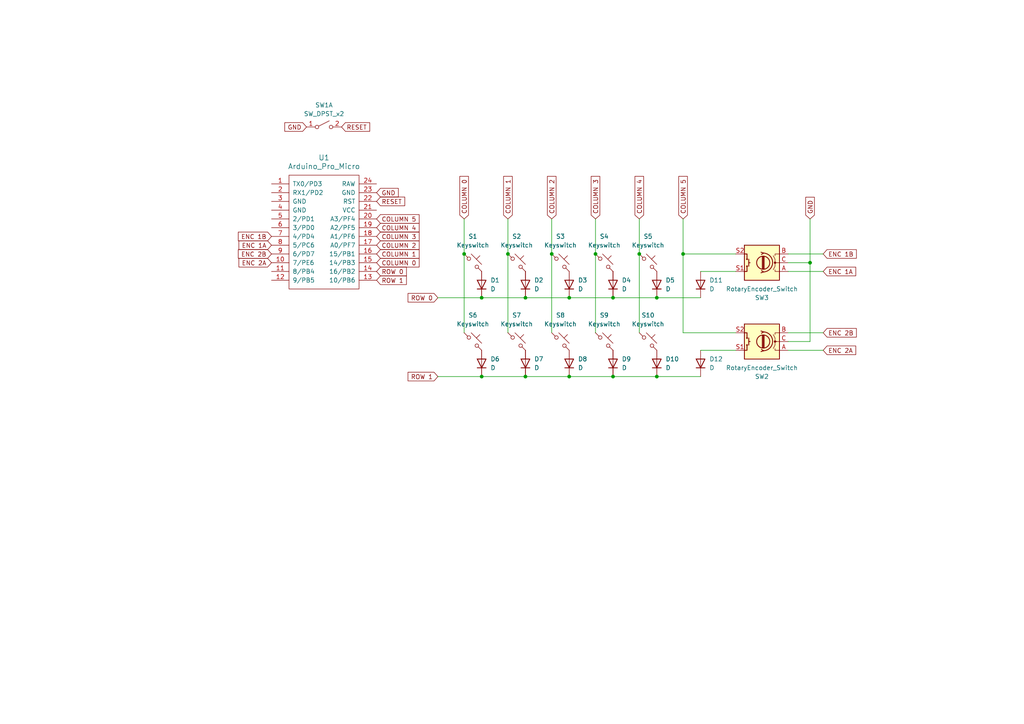
<source format=kicad_sch>
(kicad_sch (version 20231120) (generator "eeschema") (generator_version "8.0")
  (paper "A4")
  (lib_symbols
    (symbol "Device:D" (pin_numbers hide) (pin_names (offset 1.016) hide)
      (property "Reference" "D" (at 0 2.54 0))
      (property "Value" "D" (at 0 -2.54 0))
      (symbol "D_0_1"
        (polyline (pts (xy -1.27 1.27) (xy -1.27 -1.27)) (stroke (width 0.254)))
        (polyline (pts (xy 1.27 0) (xy -1.27 0)))
        (polyline (pts (xy 1.27 1.27) (xy 1.27 -1.27) (xy -1.27 0) (xy 1.27 1.27)) (stroke (width 0.254)))
      )
      (symbol "D_1_1"
        (pin passive line (at -3.81 0 0) (length 2.54) (name "K") (number "1"))
        (pin passive line (at 3.81 0 180) (length 2.54) (name "A") (number "2"))
      )
    )
    (symbol "Device:RotaryEncoder_Switch" (pin_names (offset 0.254) hide)
      (property "Reference" "SW" (at 0 6.604 0))
      (property "Value" "RotaryEncoder_Switch" (at 0 -6.604 0))
      (symbol "RotaryEncoder_Switch_0_1"
        (rectangle (start -5.08 5.08) (end 5.08 -5.08) (stroke (width 0.254)) (fill (type background)))
        (circle (center -3.81 0) (radius 0.254) (fill (type outline)))
        (circle (center -0.381 0) (radius 1.905) (stroke (width 0.254)))
        (arc (start -0.381 2.667) (mid -3.0988 -0.0635) (end -0.381 -2.794) (stroke (width 0.254)))
        (polyline (pts (xy -0.635 -1.778) (xy -0.635 1.778)) (stroke (width 0.254)))
        (polyline (pts (xy -0.381 -1.778) (xy -0.381 1.778)) (stroke (width 0.254)))
        (polyline (pts (xy -0.127 1.778) (xy -0.127 -1.778)) (stroke (width 0.254)))
        (polyline (pts (xy 3.81 0) (xy 3.429 0)) (stroke (width 0.254)))
        (polyline (pts (xy 3.81 1.016) (xy 3.81 -1.016)) (stroke (width 0.254)))
        (polyline (pts (xy -5.08 -2.54) (xy -3.81 -2.54) (xy -3.81 -2.032)))
        (polyline (pts (xy -5.08 2.54) (xy -3.81 2.54) (xy -3.81 2.032)))
        (polyline (pts (xy 0.254 -3.048) (xy -0.508 -2.794) (xy 0.127 -2.413)) (stroke (width 0.254)))
        (polyline (pts (xy 0.254 2.921) (xy -0.508 2.667) (xy 0.127 2.286)) (stroke (width 0.254)))
        (polyline (pts (xy 5.08 -2.54) (xy 4.318 -2.54) (xy 4.318 -1.016)) (stroke (width 0.254)))
        (polyline (pts (xy 5.08 2.54) (xy 4.318 2.54) (xy 4.318 1.016)) (stroke (width 0.254)))
        (polyline (pts (xy -5.08 0) (xy -3.81 0) (xy -3.81 -1.016) (xy -3.302 -2.032)))
        (polyline (pts (xy -4.318 0) (xy -3.81 0) (xy -3.81 1.016) (xy -3.302 2.032)))
        (circle (center 4.318 -1.016) (radius 0.127) (stroke (width 0.254)))
        (circle (center 4.318 1.016) (radius 0.127) (stroke (width 0.254)))
      )
      (symbol "RotaryEncoder_Switch_1_1"
        (pin passive line (at -7.62 2.54 0) (length 2.54) (name "A") (number "A"))
        (pin passive line (at -7.62 -2.54 0) (length 2.54) (name "B") (number "B"))
        (pin passive line (at -7.62 0 0) (length 2.54) (name "C") (number "C"))
        (pin passive line (at 7.62 2.54 180) (length 2.54) (name "S1") (number "S1"))
        (pin passive line (at 7.62 -2.54 180) (length 2.54) (name "S2") (number "S2"))
      )
    )
    (symbol "ScottoKeebs:MCU_Arduino_Pro_Micro" (pin_names (offset 1.016))
      (property "Reference" "U" (at 0 0 0))
      (property "Value" "Arduino_Pro_Micro" (at 0 -19.05 0))
      (symbol "MCU_Arduino_Pro_Micro_0_1"
        (rectangle (start -10.16 16.51) (end 10.16 -16.51))
      )
      (symbol "MCU_Arduino_Pro_Micro_1_1"
        (pin input line (at -15.24 13.97 0) (length 5.08) (name "TX0/PD3") (number "1"))
        (pin input line (at -15.24 -8.89 0) (length 5.08) (name "7/PE6") (number "10"))
        (pin input line (at -15.24 -11.43 0) (length 5.08) (name "8/PB4") (number "11"))
        (pin input line (at -15.24 -13.97 0) (length 5.08) (name "9/PB5") (number "12"))
        (pin input line (at 15.24 -13.97 180) (length 5.08) (name "10/PB6") (number "13"))
        (pin input line (at 15.24 -11.43 180) (length 5.08) (name "16/PB2") (number "14"))
        (pin input line (at 15.24 -8.89 180) (length 5.08) (name "14/PB3") (number "15"))
        (pin input line (at 15.24 -6.35 180) (length 5.08) (name "15/PB1") (number "16"))
        (pin input line (at 15.24 -3.81 180) (length 5.08) (name "A0/PF7") (number "17"))
        (pin input line (at 15.24 -1.27 180) (length 5.08) (name "A1/PF6") (number "18"))
        (pin input line (at 15.24 1.27 180) (length 5.08) (name "A2/PF5") (number "19"))
        (pin input line (at -15.24 11.43 0) (length 5.08) (name "RX1/PD2") (number "2"))
        (pin input line (at 15.24 3.81 180) (length 5.08) (name "A3/PF4") (number "20"))
        (pin input line (at 15.24 6.35 180) (length 5.08) (name "VCC") (number "21"))
        (pin input line (at 15.24 8.89 180) (length 5.08) (name "RST") (number "22"))
        (pin input line (at 15.24 11.43 180) (length 5.08) (name "GND") (number "23"))
        (pin input line (at 15.24 13.97 180) (length 5.08) (name "RAW") (number "24"))
        (pin input line (at -15.24 8.89 0) (length 5.08) (name "GND") (number "3"))
        (pin input line (at -15.24 6.35 0) (length 5.08) (name "GND") (number "4"))
        (pin input line (at -15.24 3.81 0) (length 5.08) (name "2/PD1") (number "5"))
        (pin input line (at -15.24 1.27 0) (length 5.08) (name "3/PD0") (number "6"))
        (pin input line (at -15.24 -1.27 0) (length 5.08) (name "4/PD4") (number "7"))
        (pin input line (at -15.24 -3.81 0) (length 5.08) (name "5/PC6") (number "8"))
        (pin input line (at -15.24 -6.35 0) (length 5.08) (name "6/PD7") (number "9"))
      )
    )
    (symbol "ScottoKeebs:Placeholder_Keyswitch" (pin_numbers hide) (pin_names (offset 1.016) hide)
      (property "Reference" "S" (at 3.048 1.016 0))
      (property "Value" "Keyswitch" (at 0 -3.81 0))
      (symbol "Placeholder_Keyswitch_0_1"
        (circle (center -1.1684 1.1684) (radius 0.508))
        (polyline (pts (xy -0.508 2.54) (xy 2.54 -0.508)))
        (polyline (pts (xy 1.016 1.016) (xy 2.032 2.032)))
        (polyline (pts (xy -2.54 2.54) (xy -1.524 1.524) (xy -1.524 1.524)))
        (polyline (pts (xy 1.524 -1.524) (xy 2.54 -2.54) (xy 2.54 -2.54) (xy 2.54 -2.54)))
        (circle (center 1.143 -1.1938) (radius 0.508))
        (pin passive line (at -2.54 2.54 0) (length 0) (name "1") (number "1"))
        (pin passive line (at 2.54 -2.54 180) (length 0) (name "2") (number "2"))
      )
    )
    (symbol "Switch:SW_DPST_x2" (pin_names (offset 0) hide)
      (property "Reference" "SW" (at 0 3.175 0))
      (property "Value" "SW_DPST_x2" (at 0 -2.54 0))
      (symbol "SW_DPST_x2_0_0"
        (circle (center -2.032 0) (radius 0.508))
        (polyline (pts (xy -1.524 0.254) (xy 1.524 1.778)))
        (circle (center 2.032 0) (radius 0.508))
      )
      (symbol "SW_DPST_x2_1_1"
        (pin passive line (at -5.08 0 0) (length 2.54) (name "A") (number "1"))
        (pin passive line (at 5.08 0 180) (length 2.54) (name "B") (number "2"))
      )
      (symbol "SW_DPST_x2_2_1"
        (pin passive line (at -5.08 0 0) (length 2.54) (name "A") (number "3"))
        (pin passive line (at 5.08 0 180) (length 2.54) (name "B") (number "4"))
      )
    )
  )
  (junction (at 152.4 86.36))
  (junction (at 172.72 73.66))
  (junction (at 177.8 109.22))
  (junction (at 185.42 73.66))
  (junction (at 190.5 109.22))
  (junction (at 234.95 76.2))
  (junction (at 134.62 73.66))
  (junction (at 152.4 109.22))
  (junction (at 165.1 86.36))
  (junction (at 190.5 86.36))
  (junction (at 198.12 73.66))
  (junction (at 160.02 73.66))
  (junction (at 165.1 109.22))
  (junction (at 139.7 86.36))
  (junction (at 147.32 73.66))
  (junction (at 139.7 109.22))
  (junction (at 177.8 86.36))
  (wire (pts (xy 147.32 63.5) (xy 147.32 73.66)))
  (wire (pts (xy 127 86.36) (xy 139.7 86.36)))
  (wire (pts (xy 234.95 76.2) (xy 228.6 76.2)))
  (wire (pts (xy 213.36 73.66) (xy 198.12 73.66)))
  (wire (pts (xy 172.72 73.66) (xy 172.72 96.52)))
  (wire (pts (xy 234.95 76.2) (xy 234.95 99.06)))
  (wire (pts (xy 228.6 78.74) (xy 238.76 78.74)))
  (wire (pts (xy 172.72 63.5) (xy 172.72 73.66)))
  (wire (pts (xy 228.6 96.52) (xy 238.76 96.52)))
  (wire (pts (xy 185.42 63.5) (xy 185.42 73.66)))
  (wire (pts (xy 228.6 73.66) (xy 238.76 73.66)))
  (wire (pts (xy 213.36 96.52) (xy 198.12 96.52)))
  (wire (pts (xy 234.95 63.5) (xy 234.95 76.2)))
  (wire (pts (xy 160.02 63.5) (xy 160.02 73.66)))
  (wire (pts (xy 198.12 73.66) (xy 198.12 63.5)))
  (wire (pts (xy 234.95 99.06) (xy 228.6 99.06)))
  (wire (pts (xy 203.2 101.6) (xy 213.36 101.6)))
  (wire (pts (xy 190.5 109.22) (xy 203.2 109.22)))
  (wire (pts (xy 190.5 86.36) (xy 203.2 86.36)))
  (wire (pts (xy 139.7 109.22) (xy 152.4 109.22)))
  (wire (pts (xy 160.02 73.66) (xy 160.02 96.52)))
  (wire (pts (xy 198.12 96.52) (xy 198.12 73.66)))
  (wire (pts (xy 228.6 101.6) (xy 238.76 101.6)))
  (wire (pts (xy 134.62 63.5) (xy 134.62 73.66)))
  (wire (pts (xy 147.32 73.66) (xy 147.32 96.52)))
  (wire (pts (xy 152.4 86.36) (xy 165.1 86.36)))
  (wire (pts (xy 203.2 78.74) (xy 213.36 78.74)))
  (wire (pts (xy 185.42 73.66) (xy 185.42 96.52)))
  (wire (pts (xy 165.1 86.36) (xy 177.8 86.36)))
  (wire (pts (xy 127 109.22) (xy 139.7 109.22)))
  (wire (pts (xy 177.8 86.36) (xy 190.5 86.36)))
  (wire (pts (xy 139.7 86.36) (xy 152.4 86.36)))
  (wire (pts (xy 177.8 109.22) (xy 190.5 109.22)))
  (wire (pts (xy 165.1 109.22) (xy 177.8 109.22)))
  (wire (pts (xy 152.4 109.22) (xy 165.1 109.22)))
  (wire (pts (xy 134.62 73.66) (xy 134.62 96.52)))
  (global_label "COLUMN 4" (shape input) (at 109.22 66.04 0) (property "Intersheetrefs" "${INTERSHEET_REFS}" (effects (hide yes))))
  (global_label "ENC 1A" (shape input) (at 238.76 78.74 0) (property "Intersheetrefs" "${INTERSHEET_REFS}" (effects (hide yes))))
  (global_label "GND" (shape input) (at 109.22 55.88 0) (property "Intersheetrefs" "${INTERSHEET_REFS}" (effects (hide yes))))
  (global_label "RESET" (shape input) (at 109.22 58.42 0) (property "Intersheetrefs" "${INTERSHEET_REFS}" (effects (hide yes))))
  (global_label "COLUMN 2" (shape input) (at 109.22 71.12 0) (property "Intersheetrefs" "${INTERSHEET_REFS}" (effects (hide yes))))
  (global_label "COLUMN 3" (shape input) (at 172.72 63.5 90) (property "Intersheetrefs" "${INTERSHEET_REFS}" (effects (hide yes))))
  (global_label "ENC 2B" (shape input) (at 78.74 73.66 180) (property "Intersheetrefs" "${INTERSHEET_REFS}" (effects (hide yes))))
  (global_label "RESET" (shape input) (at 99.06 36.83 0) (property "Intersheetrefs" "${INTERSHEET_REFS}" (effects (hide yes))))
  (global_label "GND" (shape input) (at 234.95 63.5 90) (property "Intersheetrefs" "${INTERSHEET_REFS}" (effects (hide yes))))
  (global_label "COLUMN 1" (shape input) (at 147.32 63.5 90) (property "Intersheetrefs" "${INTERSHEET_REFS}" (effects (hide yes))))
  (global_label "COLUMN 2" (shape input) (at 160.02 63.5 90) (property "Intersheetrefs" "${INTERSHEET_REFS}" (effects (hide yes))))
  (global_label "ENC 1B" (shape input) (at 238.76 73.66 0) (property "Intersheetrefs" "${INTERSHEET_REFS}" (effects (hide yes))))
  (global_label "COLUMN 3" (shape input) (at 109.22 68.58 0) (property "Intersheetrefs" "${INTERSHEET_REFS}" (effects (hide yes))))
  (global_label "COLUMN 1" (shape input) (at 109.22 73.66 0) (property "Intersheetrefs" "${INTERSHEET_REFS}" (effects (hide yes))))
  (global_label "ENC 2A" (shape input) (at 238.76 101.6 0) (property "Intersheetrefs" "${INTERSHEET_REFS}" (effects (hide yes))))
  (global_label "COLUMN 4" (shape input) (at 185.42 63.5 90) (property "Intersheetrefs" "${INTERSHEET_REFS}" (effects (hide yes))))
  (global_label "ENC 1B" (shape input) (at 78.74 68.58 180) (property "Intersheetrefs" "${INTERSHEET_REFS}" (effects (hide yes))))
  (global_label "ENC 1A" (shape input) (at 78.74 71.12 180) (property "Intersheetrefs" "${INTERSHEET_REFS}" (effects (hide yes))))
  (global_label "ROW 0" (shape input) (at 127 86.36 180) (property "Intersheetrefs" "${INTERSHEET_REFS}" (effects (hide yes))))
  (global_label "COLUMN 0" (shape input) (at 109.22 76.2 0) (property "Intersheetrefs" "${INTERSHEET_REFS}" (effects (hide yes))))
  (global_label "COLUMN 0" (shape input) (at 134.62 63.5 90) (property "Intersheetrefs" "${INTERSHEET_REFS}" (effects (hide yes))))
  (global_label "COLUMN 5" (shape input) (at 109.22 63.5 0) (property "Intersheetrefs" "${INTERSHEET_REFS}" (effects (hide yes))))
  (global_label "ROW 1" (shape input) (at 109.22 81.28 0) (property "Intersheetrefs" "${INTERSHEET_REFS}" (effects (hide yes))))
  (global_label "ENC 2A" (shape input) (at 78.74 76.2 180) (property "Intersheetrefs" "${INTERSHEET_REFS}" (effects (hide yes))))
  (global_label "GND" (shape input) (at 88.9 36.83 180) (property "Intersheetrefs" "${INTERSHEET_REFS}" (effects (hide yes))))
  (global_label "COLUMN 5" (shape input) (at 198.12 63.5 90) (property "Intersheetrefs" "${INTERSHEET_REFS}" (effects (hide yes))))
  (global_label "ENC 2B" (shape input) (at 238.76 96.52 0) (property "Intersheetrefs" "${INTERSHEET_REFS}" (effects (hide yes))))
  (global_label "ROW 1" (shape input) (at 127 109.22 180) (property "Intersheetrefs" "${INTERSHEET_REFS}" (effects (hide yes))))
  (global_label "ROW 0" (shape input) (at 109.22 78.74 0) (property "Intersheetrefs" "${INTERSHEET_REFS}" (effects (hide yes))))
  (symbol (lib_id "Device:D") (at 165.1 105.41 90) (unit 1)
    (property "Reference" "D8" (at 167.64 104.1399 90) (effects (justify right)))
    (property "Value" "D" (at 167.64 106.6799 90) (effects (justify right)))
    (property "Footprint" "ScottoKeebs_Components:Diode_DO-35" (effects (hide yes)))
    (property "Description" "Diode" (effects (hide yes)))
    (property "Sim.Device" "D" (effects (hide yes)))
    (property "Sim.Pins" "1=K 2=A" (effects (hide yes)))
  )
  (symbol (lib_id "ScottoKeebs:Placeholder_Keyswitch") (at 162.56 76.2 0) (unit 1)
    (property "Reference" "S3" (at 162.56 68.58 0))
    (property "Value" "Keyswitch" (at 162.56 71.12 0))
    (property "Footprint" "Button_Switch_Keyboard:SW_Cherry_MX_1.00u_PCB" (effects (hide yes)))
    (property "Description" "Push button switch, normally open, two pins, 45° tilted" (effects (hide yes)))
  )
  (symbol (lib_id "ScottoKeebs:Placeholder_Keyswitch") (at 137.16 76.2 0) (unit 1)
    (property "Reference" "S1" (at 137.16 68.58 0))
    (property "Value" "Keyswitch" (at 137.16 71.12 0))
    (property "Footprint" "Button_Switch_Keyboard:SW_Cherry_MX_1.00u_PCB" (effects (hide yes)))
    (property "Description" "Push button switch, normally open, two pins, 45° tilted" (effects (hide yes)))
  )
  (symbol (lib_id "Device:D") (at 177.8 105.41 90) (unit 1)
    (property "Reference" "D9" (at 180.34 104.1399 90) (effects (justify right)))
    (property "Value" "D" (at 180.34 106.6799 90) (effects (justify right)))
    (property "Footprint" "ScottoKeebs_Components:Diode_DO-35" (effects (hide yes)))
    (property "Description" "Diode" (effects (hide yes)))
    (property "Sim.Device" "D" (effects (hide yes)))
    (property "Sim.Pins" "1=K 2=A" (effects (hide yes)))
  )
  (symbol (lib_id "Device:RotaryEncoder_Switch") (at 220.98 76.2 180) (unit 1)
    (property "Reference" "SW3" (at 220.98 86.36 0))
    (property "Value" "RotaryEncoder_Switch" (at 220.98 83.82 0))
    (property "Footprint" "Rotary_Encoder:RotaryEncoder_Alps_EC11E-Switch_Vertical_H20mm" (effects (hide yes)))
    (property "Description" "Rotary encoder, dual channel, incremental quadrate outputs, with switch" (effects (hide yes)))
  )
  (symbol (lib_id "Device:D") (at 165.1 82.55 90) (unit 1)
    (property "Reference" "D3" (at 167.64 81.2799 90) (effects (justify right)))
    (property "Value" "D" (at 167.64 83.8199 90) (effects (justify right)))
    (property "Footprint" "ScottoKeebs_Components:Diode_DO-35" (effects (hide yes)))
    (property "Description" "Diode" (effects (hide yes)))
    (property "Sim.Device" "D" (effects (hide yes)))
    (property "Sim.Pins" "1=K 2=A" (effects (hide yes)))
  )
  (symbol (lib_id "Device:D") (at 190.5 105.41 90) (unit 1)
    (property "Reference" "D10" (at 193.04 104.1399 90) (effects (justify right)))
    (property "Value" "D" (at 193.04 106.6799 90) (effects (justify right)))
    (property "Footprint" "ScottoKeebs_Components:Diode_DO-35" (effects (hide yes)))
    (property "Description" "Diode" (effects (hide yes)))
    (property "Sim.Device" "D" (effects (hide yes)))
    (property "Sim.Pins" "1=K 2=A" (effects (hide yes)))
  )
  (symbol (lib_id "Switch:SW_DPST_x2") (at 93.98 36.83 0) (unit 1)
    (property "Reference" "SW1" (at 93.98 30.48 0))
    (property "Value" "SW_DPST_x2" (at 93.98 33.02 0))
    (property "Footprint" "Button_Switch_THT:SW_TH_Tactile_Omron_B3F-10xx" (effects (hide yes)))
    (property "Description" "Single Pole Single Throw (SPST) switch, separate symbol" (effects (hide yes)))
  )
  (symbol (lib_id "Device:D") (at 190.5 82.55 90) (unit 1)
    (property "Reference" "D5" (at 193.04 81.2799 90) (effects (justify right)))
    (property "Value" "D" (at 193.04 83.8199 90) (effects (justify right)))
    (property "Footprint" "ScottoKeebs_Components:Diode_DO-35" (effects (hide yes)))
    (property "Description" "Diode" (effects (hide yes)))
    (property "Sim.Device" "D" (effects (hide yes)))
    (property "Sim.Pins" "1=K 2=A" (effects (hide yes)))
  )
  (symbol (lib_id "ScottoKeebs:Placeholder_Keyswitch") (at 187.96 99.06 0) (unit 1)
    (property "Reference" "S10" (at 187.96 91.44 0))
    (property "Value" "Keyswitch" (at 187.96 93.98 0))
    (property "Footprint" "Button_Switch_Keyboard:SW_Cherry_MX_1.00u_PCB" (effects (hide yes)))
    (property "Description" "Push button switch, normally open, two pins, 45° tilted" (effects (hide yes)))
  )
  (symbol (lib_id "ScottoKeebs:Placeholder_Keyswitch") (at 175.26 76.2 0) (unit 1)
    (property "Reference" "S4" (at 175.26 68.58 0))
    (property "Value" "Keyswitch" (at 175.26 71.12 0))
    (property "Footprint" "Button_Switch_Keyboard:SW_Cherry_MX_1.00u_PCB" (effects (hide yes)))
    (property "Description" "Push button switch, normally open, two pins, 45° tilted" (effects (hide yes)))
  )
  (symbol (lib_id "Device:D") (at 177.8 82.55 90) (unit 1)
    (property "Reference" "D4" (at 180.34 81.2799 90) (effects (justify right)))
    (property "Value" "D" (at 180.34 83.8199 90) (effects (justify right)))
    (property "Footprint" "ScottoKeebs_Components:Diode_DO-35" (effects (hide yes)))
    (property "Description" "Diode" (effects (hide yes)))
    (property "Sim.Device" "D" (effects (hide yes)))
    (property "Sim.Pins" "1=K 2=A" (effects (hide yes)))
  )
  (symbol (lib_id "Device:RotaryEncoder_Switch") (at 220.98 99.06 180) (unit 1)
    (property "Reference" "SW2" (at 220.98 109.22 0))
    (property "Value" "RotaryEncoder_Switch" (at 220.98 106.68 0))
    (property "Footprint" "Rotary_Encoder:RotaryEncoder_Alps_EC11E-Switch_Vertical_H20mm" (effects (hide yes)))
    (property "Description" "Rotary encoder, dual channel, incremental quadrate outputs, with switch" (effects (hide yes)))
  )
  (symbol (lib_id "Device:D") (at 139.7 82.55 90) (unit 1)
    (property "Reference" "D1" (at 142.24 81.2799 90) (effects (justify right)))
    (property "Value" "D" (at 142.24 83.8199 90) (effects (justify right)))
    (property "Footprint" "ScottoKeebs_Components:Diode_DO-35" (effects (hide yes)))
    (property "Description" "Diode" (effects (hide yes)))
    (property "Sim.Device" "D" (effects (hide yes)))
    (property "Sim.Pins" "1=K 2=A" (effects (hide yes)))
  )
  (symbol (lib_id "ScottoKeebs:Placeholder_Keyswitch") (at 149.86 99.06 0) (unit 1)
    (property "Reference" "S7" (at 149.86 91.44 0))
    (property "Value" "Keyswitch" (at 149.86 93.98 0))
    (property "Footprint" "Button_Switch_Keyboard:SW_Cherry_MX_1.00u_PCB" (effects (hide yes)))
    (property "Description" "Push button switch, normally open, two pins, 45° tilted" (effects (hide yes)))
  )
  (symbol (lib_id "Device:D") (at 152.4 82.55 90) (unit 1)
    (property "Reference" "D2" (at 154.94 81.2799 90) (effects (justify right)))
    (property "Value" "D" (at 154.94 83.8199 90) (effects (justify right)))
    (property "Footprint" "ScottoKeebs_Components:Diode_DO-35" (effects (hide yes)))
    (property "Description" "Diode" (effects (hide yes)))
    (property "Sim.Device" "D" (effects (hide yes)))
    (property "Sim.Pins" "1=K 2=A" (effects (hide yes)))
  )
  (symbol (lib_id "ScottoKeebs:Placeholder_Keyswitch") (at 162.56 99.06 0) (unit 1)
    (property "Reference" "S8" (at 162.56 91.44 0))
    (property "Value" "Keyswitch" (at 162.56 93.98 0))
    (property "Footprint" "Button_Switch_Keyboard:SW_Cherry_MX_1.00u_PCB" (effects (hide yes)))
    (property "Description" "Push button switch, normally open, two pins, 45° tilted" (effects (hide yes)))
  )
  (symbol (lib_id "Device:D") (at 152.4 105.41 90) (unit 1)
    (property "Reference" "D7" (at 154.94 104.1399 90) (effects (justify right)))
    (property "Value" "D" (at 154.94 106.6799 90) (effects (justify right)))
    (property "Footprint" "ScottoKeebs_Components:Diode_DO-35" (effects (hide yes)))
    (property "Description" "Diode" (effects (hide yes)))
    (property "Sim.Device" "D" (effects (hide yes)))
    (property "Sim.Pins" "1=K 2=A" (effects (hide yes)))
  )
  (symbol (lib_id "ScottoKeebs:MCU_Arduino_Pro_Micro") (at 93.98 67.31 0) (unit 1)
    (property "Reference" "U1" (at 93.98 45.72 0) (effects (font (size 1.524 1.524))))
    (property "Value" "Arduino_Pro_Micro" (at 93.98 48.26 0) (effects (font (size 1.524 1.524))))
    (property "Footprint" "ScottoKeebs_MCU:Arduino_Pro_Micro" (effects (hide yes)))
  )
  (symbol (lib_id "ScottoKeebs:Placeholder_Keyswitch") (at 137.16 99.06 0) (unit 1)
    (property "Reference" "S6" (at 137.16 91.44 0))
    (property "Value" "Keyswitch" (at 137.16 93.98 0))
    (property "Footprint" "Button_Switch_Keyboard:SW_Cherry_MX_1.00u_PCB" (effects (hide yes)))
    (property "Description" "Push button switch, normally open, two pins, 45° tilted" (effects (hide yes)))
  )
  (symbol (lib_id "ScottoKeebs:Placeholder_Keyswitch") (at 187.96 76.2 0) (unit 1)
    (property "Reference" "S5" (at 187.96 68.58 0))
    (property "Value" "Keyswitch" (at 187.96 71.12 0))
    (property "Footprint" "Button_Switch_Keyboard:SW_Cherry_MX_1.00u_PCB" (effects (hide yes)))
    (property "Description" "Push button switch, normally open, two pins, 45° tilted" (effects (hide yes)))
  )
  (symbol (lib_id "Device:D") (at 139.7 105.41 90) (unit 1)
    (property "Reference" "D6" (at 142.24 104.1399 90) (effects (justify right)))
    (property "Value" "D" (at 142.24 106.6799 90) (effects (justify right)))
    (property "Footprint" "ScottoKeebs_Components:Diode_DO-35" (effects (hide yes)))
    (property "Description" "Diode" (effects (hide yes)))
    (property "Sim.Device" "D" (effects (hide yes)))
    (property "Sim.Pins" "1=K 2=A" (effects (hide yes)))
  )
  (symbol (lib_id "ScottoKeebs:Placeholder_Keyswitch") (at 175.26 99.06 0) (unit 1)
    (property "Reference" "S9" (at 175.26 91.44 0))
    (property "Value" "Keyswitch" (at 175.26 93.98 0))
    (property "Footprint" "Button_Switch_Keyboard:SW_Cherry_MX_1.00u_PCB" (effects (hide yes)))
    (property "Description" "Push button switch, normally open, two pins, 45° tilted" (effects (hide yes)))
  )
  (symbol (lib_id "ScottoKeebs:Placeholder_Keyswitch") (at 149.86 76.2 0) (unit 1)
    (property "Reference" "S2" (at 149.86 68.58 0))
    (property "Value" "Keyswitch" (at 149.86 71.12 0))
    (property "Footprint" "Button_Switch_Keyboard:SW_Cherry_MX_1.00u_PCB" (effects (hide yes)))
    (property "Description" "Push button switch, normally open, two pins, 45° tilted" (effects (hide yes)))
  )
  (symbol (lib_id "Device:D") (at 203.2 105.41 90) (unit 1)
    (property "Reference" "D12" (at 205.74 104.1399 90) (effects (justify right)))
    (property "Value" "D" (at 205.74 106.6799 90) (effects (justify right)))
    (property "Footprint" "ScottoKeebs_Components:Diode_DO-35" (effects (hide yes)))
    (property "Description" "Diode" (effects (hide yes)))
    (property "Sim.Device" "D" (effects (hide yes)))
    (property "Sim.Pins" "1=K 2=A" (effects (hide yes)))
  )
  (symbol (lib_id "Device:D") (at 203.2 82.55 90) (unit 1)
    (property "Reference" "D11" (at 205.74 81.2799 90) (effects (justify right)))
    (property "Value" "D" (at 205.74 83.8199 90) (effects (justify right)))
    (property "Footprint" "ScottoKeebs_Components:Diode_DO-35" (effects (hide yes)))
    (property "Description" "Diode" (effects (hide yes)))
    (property "Sim.Device" "D" (effects (hide yes)))
    (property "Sim.Pins" "1=K 2=A" (effects (hide yes)))
  )
)
</source>
